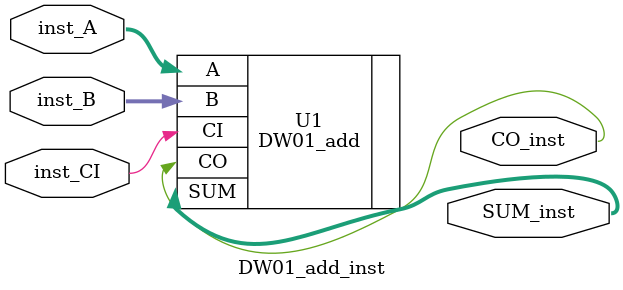
<source format=v>
module DW01_add_inst( inst_A, inst_B, inst_CI, SUM_inst, CO_inst );

  parameter width = 8;

  input [width-1 : 0] inst_A;
  input [width-1 : 0] inst_B;
  input inst_CI;
  output [width-1 : 0] SUM_inst;
  output CO_inst;

  // Instance of DW01_add
  DW01_add #(width)
    U1 (.A(inst_A), .B(inst_B), .CI(inst_CI), .SUM(SUM_inst), .CO(CO_inst) );

endmodule


</source>
